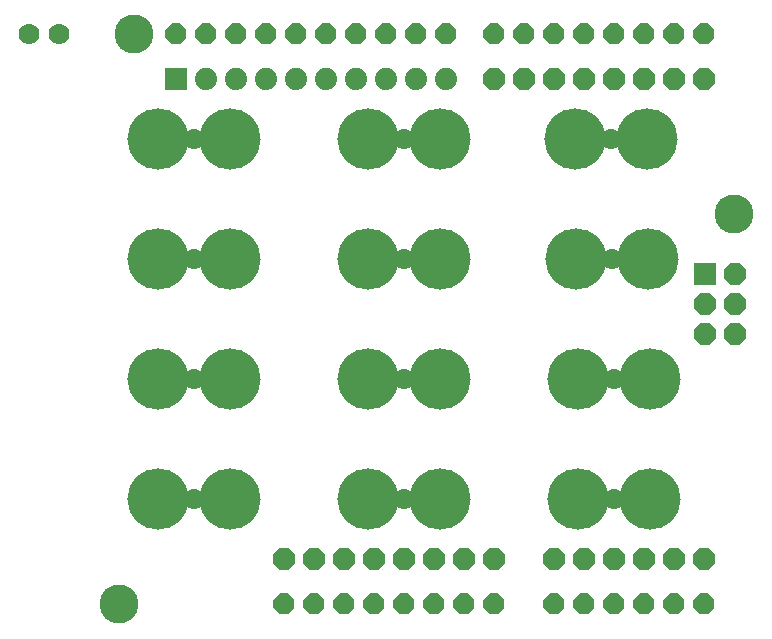
<source format=gbr>
G04 EAGLE Gerber RS-274X export*
G75*
%MOMM*%
%FSLAX34Y34*%
%LPD*%
%INSoldermask Bottom*%
%IPPOS*%
%AMOC8*
5,1,8,0,0,1.08239X$1,22.5*%
G01*
%ADD10C,3.301600*%
%ADD11P,1.924489X8X22.500000*%
%ADD12P,2.034460X8X22.500000*%
%ADD13R,1.879600X1.879600*%
%ADD14P,2.034460X8X292.500000*%
%ADD15C,1.879600*%
%ADD16P,2.034460X8X112.500000*%
%ADD17C,5.181600*%
%ADD18C,1.778000*%


D10*
X152400Y508000D03*
X139700Y25400D03*
X660400Y355600D03*
D11*
X533400Y508000D03*
X508000Y25400D03*
X558800Y508000D03*
X584200Y508000D03*
X609600Y508000D03*
X635000Y508000D03*
X508000Y508000D03*
X482600Y508000D03*
X457200Y508000D03*
X416560Y508000D03*
X391160Y508000D03*
X365760Y508000D03*
X340360Y508000D03*
X314960Y508000D03*
X289560Y508000D03*
X264160Y508000D03*
X238760Y508000D03*
X533400Y25400D03*
X558800Y25400D03*
X584200Y25400D03*
X609600Y25400D03*
X635000Y25400D03*
X457200Y25400D03*
X431800Y25400D03*
X406400Y25400D03*
X381000Y25400D03*
X355600Y25400D03*
X330200Y25400D03*
X213360Y508000D03*
X187960Y508000D03*
X304800Y25400D03*
X279400Y25400D03*
D12*
X661670Y279400D03*
X636270Y279400D03*
D13*
X636270Y304800D03*
D12*
X661670Y304800D03*
X661670Y254000D03*
X636270Y254000D03*
D14*
X457200Y63500D03*
X431800Y63500D03*
X406400Y63500D03*
X381000Y63500D03*
X355600Y63500D03*
X330200Y63500D03*
X304800Y63500D03*
X279400Y63500D03*
D13*
X187960Y469900D03*
D15*
X213360Y469900D03*
X238760Y469900D03*
X264160Y469900D03*
X289560Y469900D03*
X314960Y469900D03*
X340360Y469900D03*
X365760Y469900D03*
X391160Y469900D03*
X416560Y469900D03*
D16*
X457200Y469900D03*
X482600Y469900D03*
X508000Y469900D03*
X533400Y469900D03*
X558800Y469900D03*
X584200Y469900D03*
X609600Y469900D03*
X635000Y469900D03*
D14*
X635000Y63500D03*
X609600Y63500D03*
X584200Y63500D03*
X558800Y63500D03*
X533400Y63500D03*
X508000Y63500D03*
D17*
X528320Y114300D03*
X589280Y114300D03*
X350520Y114300D03*
X411480Y114300D03*
X233680Y114300D03*
X172720Y114300D03*
X528320Y215900D03*
X589280Y215900D03*
X350520Y215900D03*
X411480Y215900D03*
X233680Y215900D03*
X172720Y215900D03*
X527050Y317500D03*
X588010Y317500D03*
X350520Y317500D03*
X411480Y317500D03*
X172720Y317500D03*
X233680Y317500D03*
X525780Y419100D03*
X586740Y419100D03*
X350520Y419100D03*
X411480Y419100D03*
X172720Y419100D03*
X233680Y419100D03*
D18*
X88900Y508000D03*
X203200Y419100D03*
X381000Y419100D03*
X556260Y419100D03*
X203200Y317500D03*
X381000Y317500D03*
X557530Y317500D03*
X203200Y215900D03*
X381000Y215900D03*
X558800Y215900D03*
X203200Y114300D03*
X381000Y114300D03*
X558800Y114300D03*
X63500Y508000D03*
M02*

</source>
